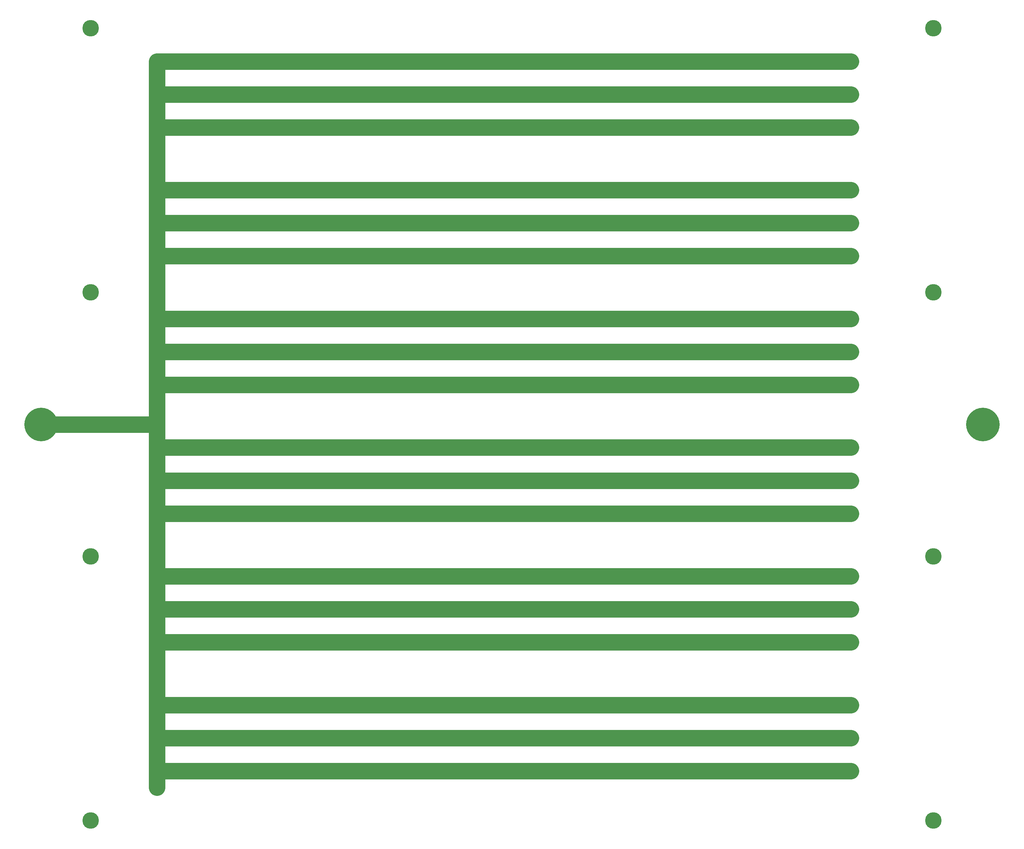
<source format=gbr>
G04 #@! TF.GenerationSoftware,KiCad,Pcbnew,(5.1.2)-1*
G04 #@! TF.CreationDate,2019-06-06T17:06:26+02:00*
G04 #@! TF.ProjectId,SBD electrode by JLCPCB,53424420-656c-4656-9374-726f64652062,1.0.1*
G04 #@! TF.SameCoordinates,Original*
G04 #@! TF.FileFunction,Copper,L2,Bot*
G04 #@! TF.FilePolarity,Positive*
%FSLAX46Y46*%
G04 Gerber Fmt 4.6, Leading zero omitted, Abs format (unit mm)*
G04 Created by KiCad (PCBNEW (5.1.2)-1) date 2019-06-06 17:06:26*
%MOMM*%
%LPD*%
G04 APERTURE LIST*
%ADD10C,10.160000*%
%ADD11C,5.000000*%
%ADD12C,5.000000*%
G04 APERTURE END LIST*
D10*
X325800000Y-140240000D03*
X40800000Y-140240000D03*
D11*
X310800000Y-20240000D03*
X55800000Y-20240000D03*
X310800000Y-100240000D03*
X310800000Y-180240000D03*
X310800000Y-260240000D03*
X55800000Y-260240000D03*
X55800000Y-180240000D03*
X55800000Y-100240000D03*
D12*
X75800000Y-167240000D02*
X285800000Y-167240000D01*
X75800000Y-157240000D02*
X285800000Y-157240000D01*
X75800000Y-128240000D02*
X285800000Y-128240000D01*
X75800000Y-118240000D02*
X285800000Y-118240000D01*
X75800000Y-89240000D02*
X285800000Y-89240000D01*
X75800000Y-79240000D02*
X285800000Y-79240000D01*
X75800000Y-186240000D02*
X285800000Y-186240000D01*
X75800000Y-206240000D02*
X285800000Y-206240000D01*
X75800000Y-196240000D02*
X285800000Y-196240000D01*
X75800000Y-147240000D02*
X285800000Y-147240000D01*
X75800000Y-108240000D02*
X285800000Y-108240000D01*
X75800000Y-69240000D02*
X285800000Y-69240000D01*
X75800000Y-235240000D02*
X285800000Y-235240000D01*
X75800000Y-225240000D02*
X285800000Y-225240000D01*
X75800000Y-245240000D02*
X285800000Y-245240000D01*
X75800000Y-50240000D02*
X285800000Y-50240000D01*
X75800000Y-30240000D02*
X285800000Y-30240000D01*
X75660000Y-140240000D02*
X75800000Y-140100000D01*
X40800000Y-140240000D02*
X75800000Y-140240000D01*
X75800000Y-30240000D02*
X75800000Y-140100000D01*
X75800000Y-140100000D02*
X75800000Y-250240000D01*
X75800000Y-40240000D02*
X285800000Y-40240000D01*
M02*

</source>
